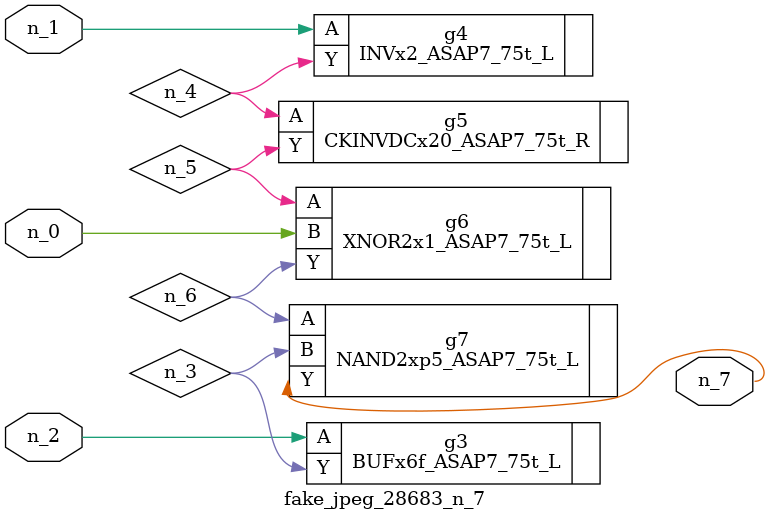
<source format=v>
module fake_jpeg_28683_n_7 (n_0, n_2, n_1, n_7);

input n_0;
input n_2;
input n_1;

output n_7;

wire n_3;
wire n_4;
wire n_6;
wire n_5;

BUFx6f_ASAP7_75t_L g3 ( 
.A(n_2),
.Y(n_3)
);

INVx2_ASAP7_75t_L g4 ( 
.A(n_1),
.Y(n_4)
);

CKINVDCx20_ASAP7_75t_R g5 ( 
.A(n_4),
.Y(n_5)
);

XNOR2x1_ASAP7_75t_L g6 ( 
.A(n_5),
.B(n_0),
.Y(n_6)
);

NAND2xp5_ASAP7_75t_L g7 ( 
.A(n_6),
.B(n_3),
.Y(n_7)
);


endmodule
</source>
